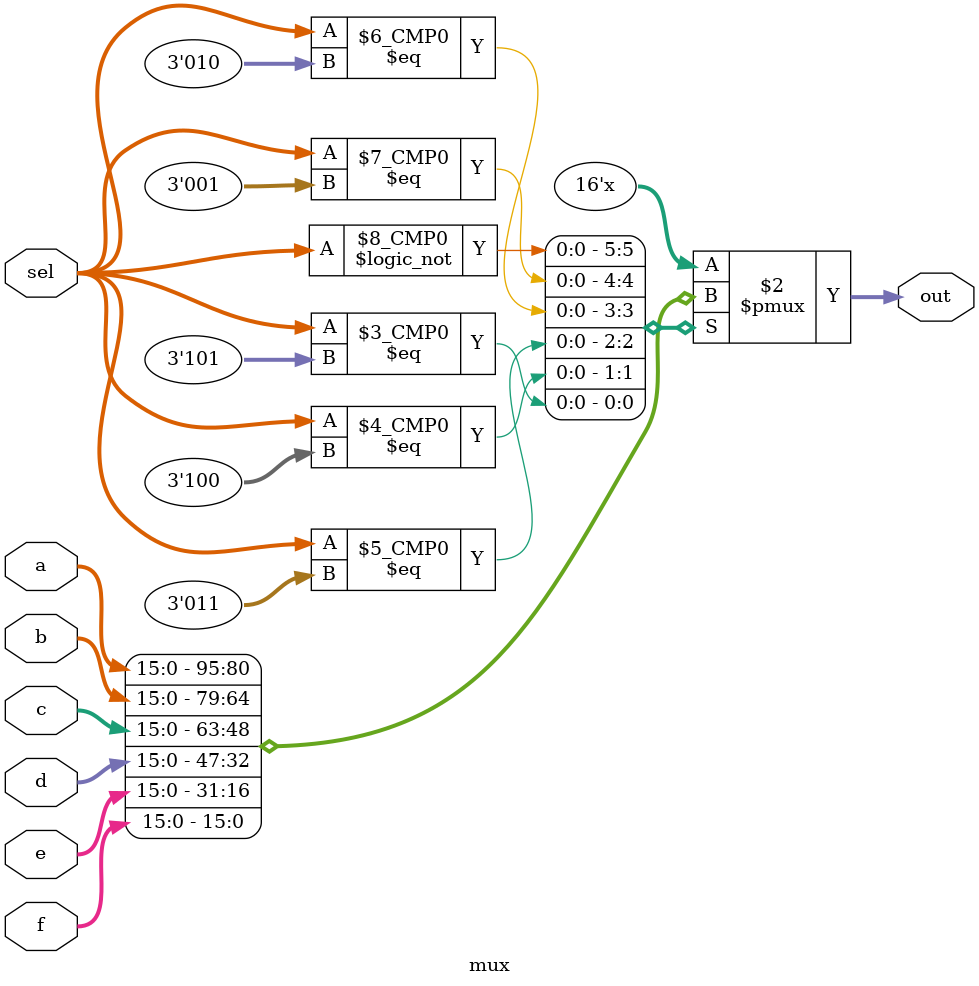
<source format=v>
module lab1 #
(
	parameter WIDTHIN = 16,		// Input format is Q2.14 (2 integer bits + 14 fractional bits = 16 bits)
	parameter WIDTHOUT = 32,	// Intermediate/Output format is Q7.25 (7 integer bits + 25 fractional bits = 32 bits)
	// Taylor coefficients for the first five terms in Q2.14 format
	parameter [WIDTHIN-1:0] A0 = 16'b01_00000000000000, // a0 = 1
	parameter [WIDTHIN-1:0] A1 = 16'b01_00000000000000, // a1 = 1
	parameter [WIDTHIN-1:0] A2 = 16'b00_10000000000000, // a2 = 1/2
	parameter [WIDTHIN-1:0] A3 = 16'b00_00101010101010, // a3 = 1/6
	parameter [WIDTHIN-1:0] A4 = 16'b00_00001010101010, // a4 = 1/24
	parameter [WIDTHIN-1:0] A5 = 16'b00_00000010001000  // a5 = 1/120
)
(
	input clk,
	input reset,	
	
	input i_valid,
	input i_ready,
	output o_valid,
	output o_ready,
	
	input [WIDTHIN-1:0] i_x,
	output [WIDTHOUT-1:0] o_y
);

//Output value could overflow (32-bit output, and 16-bit inputs multiplied
//together repeatedly).  Don't worry about that -- assume that only the bottom
//32 bits are of interest, and keep them.
reg [WIDTHIN-1:0] x;	// Register to hold input X
reg [WIDTHOUT-1:0] y_Q;	// Register to hold output Y

reg [31:0] t_output; 

// Register array to hold Input
reg [WIDTHIN-1:0] in_array [0:49];
reg [WIDTHOUT-1:0] out_array [0:49];
integer out_index; 
integer index; 

integer counter; 
integer t_counter;

// Mux registers 
reg [2:0] mux_sel; 


// Mux Wires
wire [WIDTHIN-1:0] mux_out; 

// signal for enabling sequential circuit elements
reg enable;

reg [WIDTHIN-1:0] temp;

wire [WIDTHOUT-1:0] m_out; // P1 * x
wire [WIDTHOUT-1:0] a_out; //P1*x + MUX_out

reg out_sel; // input to select Mult calculation 

reg [WIDTHOUT-1:0] a_out_r1; 



integer index2;

reg [WIDTHOUT-1:0] mult0_ina;
reg [WIDTHOUT-1:0] add_ina;


reg t_valid; 

// -----------------------------------------------------------------------------------------
// FSM to control first calculation
// -----------------------------------------------------------------------------------------

reg [2:0] current_state, next_state; 

localparam IDLE   = 2'b00,
           ADD    = 2'b01,
           MULT1  = 2'b10,
           MULT2  = 2'b11;

           // FSM transition control
always @(posedge clk or posedge reset) begin
	if (reset) begin 
		current_state <= IDLE;
	end else begin
		current_state <= next_state; 
	end
end

always @ (current_state, counter)
begin 
    if (reset) begin 
        next_state <= IDLE; 
    end else begin
        case(current_state)

        IDLE: 
        if (counter % 10 == 4) begin 
            next_state <= MULT1;
            mult0_ina   <= A5;
            out_sel    <= 0;
        end else begin 
            next_state <= IDLE;
        end
        MULT1: 
        if (counter % 10 == 5) begin 
            next_state <= ADD;
            add_ina <= m_out; 
            mux_sel <= 3'b100; // A4
            out_sel <= 1;
        end
        ADD:
        begin
            next_state <= MULT2;
            mult0_ina <= a_out; 
        end
        MULT2:
        if (counter % 10 == 7) begin
            next_state <= ADD;
            add_ina <= m_out;
            mux_sel <= 3'b011; // A3
        end else if (counter % 10 == 9) begin 
            next_state <= ADD;
            add_ina <= m_out;
            mux_sel <= 3'b010; // A2
        end else if (counter % 10 == 1 && counter > 1) begin 
            next_state <= ADD;
            add_ina <= m_out;
            mux_sel <= 3'b001; // A1
        end else if (counter % 10 == 3 && counter > 3) begin 
            next_state <= IDLE; // Send Back with Next X input
            add_ina <= m_out;
            mux_sel <= 3'b000; // A0
            
        end 
        endcase
    end
end

always @(posedge clk or posedge reset) begin
    if (reset) begin
        // Reset logic here
        out_index <= 0; 
        index2 <= 0; 
    end else begin
        // Check if counter is within the valid range to update index2 and possibly out_array
        if (counter > 0 && counter < 513) begin // Adjust the range as necessary
            
            if (counter > 3 && counter % 10 == 3) begin 
                index2 <= index2 + 1;
            end
            
            // Check if counter is at the start of a new range for updating out_array
            if (counter > 4 && counter % 10 == 4) begin
                out_index <= out_index + 1;
                out_array[out_index] <= a_out;
            end
        end
    end
end

always @ (posedge clk or posedge reset) begin
    if (reset) begin 
        t_counter <= 0; 
        t_valid <= 0;
    end else begin 

        if (counter > 495 && counter < 503) begin // finished transfer data from clock cycle 86 +  
            if (counter == 496) begin 
                t_valid <= 1; 
            end
            t_output <= out_array[t_counter];
            t_counter <= t_counter + 1; 
        end else if (counter > 508 && counter < 552) begin 
            t_output <= out_array[t_counter]; // 130
            t_counter <= t_counter + 1; 
        end

    end
end


// -----------------------------------------------------------------------------------------
// Module Instantiations 
// -----------------------------------------------------------------------------------------
mux mux0 (
    .a(A0), 
    .b(A1), 
    .c(A2), 
    .d(A3), 
    .e(A4), 
    .f(A5), 
    .sel(mux_sel), 
    .out(mux_out)
    );



// -----------------------------------------------------------------------------------------
// Mult/Addr
// -----------------------------------------------------------------------------------------
mult32x16 Mult0 (
    .i_dataa(mult0_ina), 		
    .i_datab(in_array[index2]), // not sure this is setting correctly may need to delay by one clock cylce
    .out_sel(out_sel),	
    .o_res(m_out)
    );

addr32p16 Addr0 (
    .i_dataa(add_ina), 	
    .i_datab(mux_out), 	
    .o_res(a_out)
    );



// -----------------------------------------------------------------------------------------
// Counter to continuosly increment
// -----------------------------------------------------------------------------------------
always @ (posedge clk or posedge reset)
begin 
    if (reset) begin 
        counter <= 0; 
    end else begin 
        counter <= counter + 1;
    end
end

// -----------------------------------------------------------------------------------------
// Hold input inside register array 
// -----------------------------------------------------------------------------------------
always @ (posedge clk or posedge reset)
begin
    if (reset) begin 
        in_array[0] <= 0;
        in_array[1] <= 0;
        in_array[2] <= 0;
        in_array[3] <= 0;
        in_array[4] <= 0;
        in_array[5] <= 0;
        in_array[6] <= 0;
        in_array[7] <= 0; 
        index       <= 0;
    end else begin 
        temp <= in_array[25]; // test register array input
        if ((counter > 1) && (counter < 27)) begin 
            in_array[index] <= x[15:0];
            index <= index + 1; 
        end

        if ((counter > 29) && (counter < 55)) begin 
            in_array[index] <= x[15:0];
            index <= index + 1; 
        end
    end 
end

// Combinational logic
always @* begin
	// signal for enable
	enable = i_ready;
end

// -----------------------------------------------------------------------------------------
// Pipeline stage 
// -----------------------------------------------------------------------------------------
always @ (posedge clk or posedge reset) begin
	if (reset) begin		
		x <= 0;
		y_Q <= 0;
	end else if (enable) begin


        a_out_r1 <= a_out; 

		// read in new x value
		x <= i_x;
		
		// output computed y value
		// y_Q <= y_D;
	end
end


// assign y_D = t_output; 
// -----------------------------------------------------------------------------------------
// Concurrent Assignments
// -----------------------------------------------------------------------------------------
// assign outputs
assign o_y = t_output;
// ready for inputs as long as receiver is ready for outputs */
assign o_ready = i_ready;   		
// the output is valid as long as the corresponding input was valid and 
//	the receiver is ready. If the receiver isn't ready, the computed output
//	will still remain on the register outputs and the circuit will resume
//  normal operation with the receiver is ready again (i_ready is high)*/
assign o_valid = t_valid ;	

endmodule

/*******************************************************************************************/

// Multiplier module for the first 16x16 multiplication
module mult16x16 (
	input  [15:0] i_dataa,
	input  [15:0] i_datab,
	output [31:0] o_res
);

reg [31:0] result;

always @ (*) begin
	result = i_dataa * i_datab;
end

// The result of Q2.14 x Q2.14 is in the Q4.28 format. Therefore we need to change it
// to the Q7.25 format specified in the assignment by shifting right and padding with zeros.
assign o_res = {3'b000, result[31:3]};

endmodule

/*******************************************************************************************/

// Multiplier module for all the remaining 32x16 multiplications
module mult32x16 (
	input  [31:0] i_dataa,
	input  [15:0] i_datab,
    input  out_sel, 
	output [31:0] o_res
);

reg [47:0] result;

always @ (*) begin
	result = i_dataa * i_datab;
end

// The result of Q7.25 x Q2.14 is in the Q9.39 format. Therefore we need to change it
// to the Q7.25 format specified in the assignment by selecting the appropriate bits
// (i.e. dropping the most-significant 2 bits and least-significant 14 bits).
assign o_res = out_sel ? result[45:14] : {3'b000, result[31:3]};

endmodule

/*******************************************************************************************/

// Adder module for all the 32b+16b addition operations 
module addr32p16 (
	input [31:0] i_dataa,
	input [15:0] i_datab,
	output [31:0] o_res
);

// The 16-bit Q2.14 input needs to be aligned with the 32-bit Q7.25 input by zero padding
assign o_res = i_dataa + {5'b00000, i_datab, 11'b00000000000};

endmodule

/*******************************************************************************************/

// -----------------------------------------------------------------------------------------
// Mux Component 
// -----------------------------------------------------------------------------------------
module mux (
    input  [15:0] a, // a0 
    input  [15:0] b, // a1 
    input  [15:0] c, // a2 
    input  [15:0] d, // a3 
    input  [15:0] e, // a4 
    input  [15:0] f, // a5
    input  [2:0]  sel,
    output reg [15:0] out
);

always @ (a or b or c or d or e or f or sel) begin 
    case (sel) 
        3'b000: out <= a; 
        3'b001: out <= b; 
        3'b010: out <= c; 
        3'b011: out <= d; 
        3'b100: out <= e; 
        3'b101: out <= f; 
    endcase
end
endmodule



</source>
